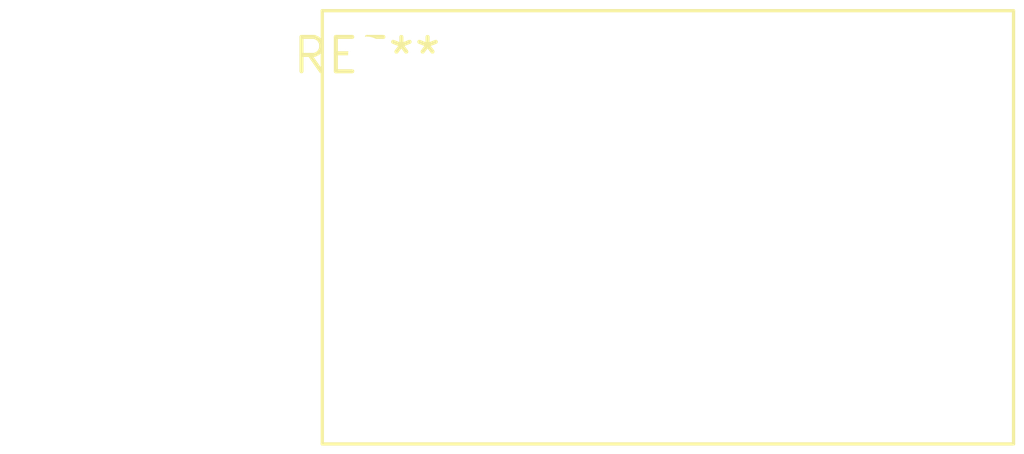
<source format=kicad_pcb>
(kicad_pcb (version 20240108) (generator pcbnew)
  (layers (0 "F.Cu" signal) (31 "B.Cu" signal) (34 "B.Paste" user) (35 "F.Paste" user) (36 "B.SilkS" user "B.Silkscreen") (37 "F.SilkS" user "F.Silkscreen") (38 "B.Mask" user) (39 "F.Mask" user) (44 "Edge.Cuts" user))
  (net 0 "")
  (footprint "Texas_EUW_R-PDSS-T7_THT" (layer "F.Cu") (at 0 0)
    (property "Reference" "REF**")
    (property "Value" "Texas_EUW_R-PDSS-T7_THT")
    (fp_line (start -1.65 -1.66) (end -1.65 14.36) (layer "F.SilkS") (stroke (width 0.12)))
    (fp_line (start -1.65 -1.66) (end 23.88 -1.66) (layer "F.SilkS") (stroke (width 0.12)))
    (fp_line (start -1.65 14.36) (end 23.88 14.36) (layer "F.SilkS") (stroke (width 0.12)))
    (fp_line (start 23.88 -1.66) (end 23.88 14.36) (layer "F.SilkS") (stroke (width 0.12)))
    (pad "1" thru_hole roundrect (at 0 0) (size 2.5 2.5) (drill 1.4) (layers *.Cu *.Mask) (remove_unused_layers))
    (pad "2" thru_hole circle (at 0 12.7) (size 2.5 2.5) (drill 1.4) (layers *.Cu *.Mask) (remove_unused_layers))
    (pad "3" thru_hole circle (at 9.52 12.7) (size 2.5 2.5) (drill 1.4) (layers *.Cu *.Mask) (remove_unused_layers))
    (pad "4" thru_hole circle (at 12.7 12.7) (size 2.5 2.5) (drill 1.4) (layers *.Cu *.Mask) (remove_unused_layers))
    (pad "5" thru_hole circle (at 15.88 12.7) (size 2.5 2.5) (drill 1.4) (layers *.Cu *.Mask) (remove_unused_layers))
    (pad "6" thru_hole circle (at 22.23 12.7) (size 2.5 2.5) (drill 1.4) (layers *.Cu *.Mask) (remove_unused_layers))
    (pad "7" thru_hole circle (at 22.23 0) (size 2.5 2.5) (drill 1.4) (layers *.Cu *.Mask) (remove_unused_layers))
  )
)
</source>
